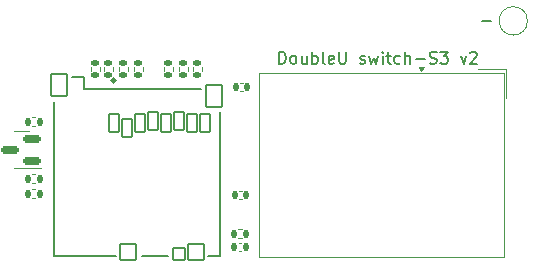
<source format=gto>
G04 #@! TF.GenerationSoftware,KiCad,Pcbnew,9.0.2*
G04 #@! TF.CreationDate,2026-01-05T11:11:59+01:00*
G04 #@! TF.ProjectId,switch,73776974-6368-42e6-9b69-6361645f7063,rev?*
G04 #@! TF.SameCoordinates,Original*
G04 #@! TF.FileFunction,Legend,Top*
G04 #@! TF.FilePolarity,Positive*
%FSLAX46Y46*%
G04 Gerber Fmt 4.6, Leading zero omitted, Abs format (unit mm)*
G04 Created by KiCad (PCBNEW 9.0.2) date 2026-01-05 11:11:59*
%MOMM*%
%LPD*%
G01*
G04 APERTURE LIST*
G04 Aperture macros list*
%AMRoundRect*
0 Rectangle with rounded corners*
0 $1 Rounding radius*
0 $2 $3 $4 $5 $6 $7 $8 $9 X,Y pos of 4 corners*
0 Add a 4 corners polygon primitive as box body*
4,1,4,$2,$3,$4,$5,$6,$7,$8,$9,$2,$3,0*
0 Add four circle primitives for the rounded corners*
1,1,$1+$1,$2,$3*
1,1,$1+$1,$4,$5*
1,1,$1+$1,$6,$7*
1,1,$1+$1,$8,$9*
0 Add four rect primitives between the rounded corners*
20,1,$1+$1,$2,$3,$4,$5,0*
20,1,$1+$1,$4,$5,$6,$7,0*
20,1,$1+$1,$6,$7,$8,$9,0*
20,1,$1+$1,$8,$9,$2,$3,0*%
%AMRotRect*
0 Rectangle, with rotation*
0 The origin of the aperture is its center*
0 $1 length*
0 $2 width*
0 $3 Rotation angle, in degrees counterclockwise*
0 Add horizontal line*
21,1,$1,$2,0,0,$3*%
%AMOutline5P*
0 Free polygon, 5 corners , with rotation*
0 The origin of the aperture is its center*
0 number of corners: always 5*
0 $1 to $10 corner X, Y*
0 $11 Rotation angle, in degrees counterclockwise*
0 create outline with 5 corners*
4,1,5,$1,$2,$3,$4,$5,$6,$7,$8,$9,$10,$1,$2,$11*%
%AMOutline6P*
0 Free polygon, 6 corners , with rotation*
0 The origin of the aperture is its center*
0 number of corners: always 6*
0 $1 to $12 corner X, Y*
0 $13 Rotation angle, in degrees counterclockwise*
0 create outline with 6 corners*
4,1,6,$1,$2,$3,$4,$5,$6,$7,$8,$9,$10,$11,$12,$1,$2,$13*%
%AMOutline7P*
0 Free polygon, 7 corners , with rotation*
0 The origin of the aperture is its center*
0 number of corners: always 7*
0 $1 to $14 corner X, Y*
0 $15 Rotation angle, in degrees counterclockwise*
0 create outline with 7 corners*
4,1,7,$1,$2,$3,$4,$5,$6,$7,$8,$9,$10,$11,$12,$13,$14,$1,$2,$15*%
%AMOutline8P*
0 Free polygon, 8 corners , with rotation*
0 The origin of the aperture is its center*
0 number of corners: always 8*
0 $1 to $16 corner X, Y*
0 $17 Rotation angle, in degrees counterclockwise*
0 create outline with 8 corners*
4,1,8,$1,$2,$3,$4,$5,$6,$7,$8,$9,$10,$11,$12,$13,$14,$15,$16,$1,$2,$17*%
G04 Aperture macros list end*
%ADD10C,0.150000*%
%ADD11C,0.120000*%
%ADD12C,0.127000*%
%ADD13C,0.300000*%
%ADD14R,0.050800X0.050800*%
%ADD15RotRect,0.482600X0.482600X135.000000*%
%ADD16R,0.400000X0.800000*%
%ADD17R,0.800000X0.400000*%
%ADD18Outline5P,-0.600000X0.204000X-0.204000X0.600000X0.600000X0.600000X0.600000X-0.600000X-0.600000X-0.600000X270.000000*%
%ADD19R,1.200000X1.200000*%
%ADD20R,0.800000X0.800000*%
%ADD21C,4.300000*%
%ADD22C,2.000000*%
%ADD23RoundRect,0.140000X-0.140000X-0.170000X0.140000X-0.170000X0.140000X0.170000X-0.140000X0.170000X0*%
%ADD24RoundRect,0.135000X-0.135000X-0.185000X0.135000X-0.185000X0.135000X0.185000X-0.135000X0.185000X0*%
%ADD25RoundRect,0.150000X0.587500X0.150000X-0.587500X0.150000X-0.587500X-0.150000X0.587500X-0.150000X0*%
%ADD26RoundRect,0.135000X-0.185000X0.135000X-0.185000X-0.135000X0.185000X-0.135000X0.185000X0.135000X0*%
%ADD27RoundRect,0.135000X0.135000X0.185000X-0.135000X0.185000X-0.135000X-0.185000X0.135000X-0.185000X0*%
%ADD28RoundRect,0.076200X-0.400000X0.750000X-0.400000X-0.750000X0.400000X-0.750000X0.400000X0.750000X0*%
%ADD29RoundRect,0.076200X-0.650000X-0.700000X0.650000X-0.700000X0.650000X0.700000X-0.650000X0.700000X0*%
%ADD30RoundRect,0.076200X-0.700000X0.950000X-0.700000X-0.950000X0.700000X-0.950000X0.700000X0.950000X0*%
%ADD31RoundRect,0.076200X0.475000X-0.500000X0.475000X0.500000X-0.475000X0.500000X-0.475000X-0.500000X0*%
G04 APERTURE END LIST*
D10*
X164319179Y-118691019D02*
X164319179Y-117691019D01*
X164319179Y-117691019D02*
X164557274Y-117691019D01*
X164557274Y-117691019D02*
X164700131Y-117738638D01*
X164700131Y-117738638D02*
X164795369Y-117833876D01*
X164795369Y-117833876D02*
X164842988Y-117929114D01*
X164842988Y-117929114D02*
X164890607Y-118119590D01*
X164890607Y-118119590D02*
X164890607Y-118262447D01*
X164890607Y-118262447D02*
X164842988Y-118452923D01*
X164842988Y-118452923D02*
X164795369Y-118548161D01*
X164795369Y-118548161D02*
X164700131Y-118643400D01*
X164700131Y-118643400D02*
X164557274Y-118691019D01*
X164557274Y-118691019D02*
X164319179Y-118691019D01*
X165462036Y-118691019D02*
X165366798Y-118643400D01*
X165366798Y-118643400D02*
X165319179Y-118595780D01*
X165319179Y-118595780D02*
X165271560Y-118500542D01*
X165271560Y-118500542D02*
X165271560Y-118214828D01*
X165271560Y-118214828D02*
X165319179Y-118119590D01*
X165319179Y-118119590D02*
X165366798Y-118071971D01*
X165366798Y-118071971D02*
X165462036Y-118024352D01*
X165462036Y-118024352D02*
X165604893Y-118024352D01*
X165604893Y-118024352D02*
X165700131Y-118071971D01*
X165700131Y-118071971D02*
X165747750Y-118119590D01*
X165747750Y-118119590D02*
X165795369Y-118214828D01*
X165795369Y-118214828D02*
X165795369Y-118500542D01*
X165795369Y-118500542D02*
X165747750Y-118595780D01*
X165747750Y-118595780D02*
X165700131Y-118643400D01*
X165700131Y-118643400D02*
X165604893Y-118691019D01*
X165604893Y-118691019D02*
X165462036Y-118691019D01*
X166652512Y-118024352D02*
X166652512Y-118691019D01*
X166223941Y-118024352D02*
X166223941Y-118548161D01*
X166223941Y-118548161D02*
X166271560Y-118643400D01*
X166271560Y-118643400D02*
X166366798Y-118691019D01*
X166366798Y-118691019D02*
X166509655Y-118691019D01*
X166509655Y-118691019D02*
X166604893Y-118643400D01*
X166604893Y-118643400D02*
X166652512Y-118595780D01*
X167128703Y-118691019D02*
X167128703Y-117691019D01*
X167128703Y-118071971D02*
X167223941Y-118024352D01*
X167223941Y-118024352D02*
X167414417Y-118024352D01*
X167414417Y-118024352D02*
X167509655Y-118071971D01*
X167509655Y-118071971D02*
X167557274Y-118119590D01*
X167557274Y-118119590D02*
X167604893Y-118214828D01*
X167604893Y-118214828D02*
X167604893Y-118500542D01*
X167604893Y-118500542D02*
X167557274Y-118595780D01*
X167557274Y-118595780D02*
X167509655Y-118643400D01*
X167509655Y-118643400D02*
X167414417Y-118691019D01*
X167414417Y-118691019D02*
X167223941Y-118691019D01*
X167223941Y-118691019D02*
X167128703Y-118643400D01*
X168176322Y-118691019D02*
X168081084Y-118643400D01*
X168081084Y-118643400D02*
X168033465Y-118548161D01*
X168033465Y-118548161D02*
X168033465Y-117691019D01*
X168938227Y-118643400D02*
X168842989Y-118691019D01*
X168842989Y-118691019D02*
X168652513Y-118691019D01*
X168652513Y-118691019D02*
X168557275Y-118643400D01*
X168557275Y-118643400D02*
X168509656Y-118548161D01*
X168509656Y-118548161D02*
X168509656Y-118167209D01*
X168509656Y-118167209D02*
X168557275Y-118071971D01*
X168557275Y-118071971D02*
X168652513Y-118024352D01*
X168652513Y-118024352D02*
X168842989Y-118024352D01*
X168842989Y-118024352D02*
X168938227Y-118071971D01*
X168938227Y-118071971D02*
X168985846Y-118167209D01*
X168985846Y-118167209D02*
X168985846Y-118262447D01*
X168985846Y-118262447D02*
X168509656Y-118357685D01*
X169414418Y-117691019D02*
X169414418Y-118500542D01*
X169414418Y-118500542D02*
X169462037Y-118595780D01*
X169462037Y-118595780D02*
X169509656Y-118643400D01*
X169509656Y-118643400D02*
X169604894Y-118691019D01*
X169604894Y-118691019D02*
X169795370Y-118691019D01*
X169795370Y-118691019D02*
X169890608Y-118643400D01*
X169890608Y-118643400D02*
X169938227Y-118595780D01*
X169938227Y-118595780D02*
X169985846Y-118500542D01*
X169985846Y-118500542D02*
X169985846Y-117691019D01*
X171176323Y-118643400D02*
X171271561Y-118691019D01*
X171271561Y-118691019D02*
X171462037Y-118691019D01*
X171462037Y-118691019D02*
X171557275Y-118643400D01*
X171557275Y-118643400D02*
X171604894Y-118548161D01*
X171604894Y-118548161D02*
X171604894Y-118500542D01*
X171604894Y-118500542D02*
X171557275Y-118405304D01*
X171557275Y-118405304D02*
X171462037Y-118357685D01*
X171462037Y-118357685D02*
X171319180Y-118357685D01*
X171319180Y-118357685D02*
X171223942Y-118310066D01*
X171223942Y-118310066D02*
X171176323Y-118214828D01*
X171176323Y-118214828D02*
X171176323Y-118167209D01*
X171176323Y-118167209D02*
X171223942Y-118071971D01*
X171223942Y-118071971D02*
X171319180Y-118024352D01*
X171319180Y-118024352D02*
X171462037Y-118024352D01*
X171462037Y-118024352D02*
X171557275Y-118071971D01*
X171938228Y-118024352D02*
X172128704Y-118691019D01*
X172128704Y-118691019D02*
X172319180Y-118214828D01*
X172319180Y-118214828D02*
X172509656Y-118691019D01*
X172509656Y-118691019D02*
X172700132Y-118024352D01*
X173081085Y-118691019D02*
X173081085Y-118024352D01*
X173081085Y-117691019D02*
X173033466Y-117738638D01*
X173033466Y-117738638D02*
X173081085Y-117786257D01*
X173081085Y-117786257D02*
X173128704Y-117738638D01*
X173128704Y-117738638D02*
X173081085Y-117691019D01*
X173081085Y-117691019D02*
X173081085Y-117786257D01*
X173414418Y-118024352D02*
X173795370Y-118024352D01*
X173557275Y-117691019D02*
X173557275Y-118548161D01*
X173557275Y-118548161D02*
X173604894Y-118643400D01*
X173604894Y-118643400D02*
X173700132Y-118691019D01*
X173700132Y-118691019D02*
X173795370Y-118691019D01*
X174557275Y-118643400D02*
X174462037Y-118691019D01*
X174462037Y-118691019D02*
X174271561Y-118691019D01*
X174271561Y-118691019D02*
X174176323Y-118643400D01*
X174176323Y-118643400D02*
X174128704Y-118595780D01*
X174128704Y-118595780D02*
X174081085Y-118500542D01*
X174081085Y-118500542D02*
X174081085Y-118214828D01*
X174081085Y-118214828D02*
X174128704Y-118119590D01*
X174128704Y-118119590D02*
X174176323Y-118071971D01*
X174176323Y-118071971D02*
X174271561Y-118024352D01*
X174271561Y-118024352D02*
X174462037Y-118024352D01*
X174462037Y-118024352D02*
X174557275Y-118071971D01*
X174985847Y-118691019D02*
X174985847Y-117691019D01*
X175414418Y-118691019D02*
X175414418Y-118167209D01*
X175414418Y-118167209D02*
X175366799Y-118071971D01*
X175366799Y-118071971D02*
X175271561Y-118024352D01*
X175271561Y-118024352D02*
X175128704Y-118024352D01*
X175128704Y-118024352D02*
X175033466Y-118071971D01*
X175033466Y-118071971D02*
X174985847Y-118119590D01*
X175890609Y-118310066D02*
X176652514Y-118310066D01*
X177081085Y-118643400D02*
X177223942Y-118691019D01*
X177223942Y-118691019D02*
X177462037Y-118691019D01*
X177462037Y-118691019D02*
X177557275Y-118643400D01*
X177557275Y-118643400D02*
X177604894Y-118595780D01*
X177604894Y-118595780D02*
X177652513Y-118500542D01*
X177652513Y-118500542D02*
X177652513Y-118405304D01*
X177652513Y-118405304D02*
X177604894Y-118310066D01*
X177604894Y-118310066D02*
X177557275Y-118262447D01*
X177557275Y-118262447D02*
X177462037Y-118214828D01*
X177462037Y-118214828D02*
X177271561Y-118167209D01*
X177271561Y-118167209D02*
X177176323Y-118119590D01*
X177176323Y-118119590D02*
X177128704Y-118071971D01*
X177128704Y-118071971D02*
X177081085Y-117976733D01*
X177081085Y-117976733D02*
X177081085Y-117881495D01*
X177081085Y-117881495D02*
X177128704Y-117786257D01*
X177128704Y-117786257D02*
X177176323Y-117738638D01*
X177176323Y-117738638D02*
X177271561Y-117691019D01*
X177271561Y-117691019D02*
X177509656Y-117691019D01*
X177509656Y-117691019D02*
X177652513Y-117738638D01*
X177985847Y-117691019D02*
X178604894Y-117691019D01*
X178604894Y-117691019D02*
X178271561Y-118071971D01*
X178271561Y-118071971D02*
X178414418Y-118071971D01*
X178414418Y-118071971D02*
X178509656Y-118119590D01*
X178509656Y-118119590D02*
X178557275Y-118167209D01*
X178557275Y-118167209D02*
X178604894Y-118262447D01*
X178604894Y-118262447D02*
X178604894Y-118500542D01*
X178604894Y-118500542D02*
X178557275Y-118595780D01*
X178557275Y-118595780D02*
X178509656Y-118643400D01*
X178509656Y-118643400D02*
X178414418Y-118691019D01*
X178414418Y-118691019D02*
X178128704Y-118691019D01*
X178128704Y-118691019D02*
X178033466Y-118643400D01*
X178033466Y-118643400D02*
X177985847Y-118595780D01*
X179700133Y-118024352D02*
X179938228Y-118691019D01*
X179938228Y-118691019D02*
X180176323Y-118024352D01*
X180509657Y-117786257D02*
X180557276Y-117738638D01*
X180557276Y-117738638D02*
X180652514Y-117691019D01*
X180652514Y-117691019D02*
X180890609Y-117691019D01*
X180890609Y-117691019D02*
X180985847Y-117738638D01*
X180985847Y-117738638D02*
X181033466Y-117786257D01*
X181033466Y-117786257D02*
X181081085Y-117881495D01*
X181081085Y-117881495D02*
X181081085Y-117976733D01*
X181081085Y-117976733D02*
X181033466Y-118119590D01*
X181033466Y-118119590D02*
X180462038Y-118691019D01*
X180462038Y-118691019D02*
X181081085Y-118691019D01*
X181508448Y-115059666D02*
X182270353Y-115059666D01*
D11*
G04 #@! TO.C,U2*
X162624000Y-119454000D02*
X183324000Y-119454000D01*
X162624000Y-135054000D02*
X162624000Y-119454000D01*
X183324000Y-119454000D02*
X183324000Y-135054000D01*
X183324000Y-135054000D02*
X162624000Y-135054000D01*
X183574000Y-119179000D02*
X181124000Y-119179000D01*
X183574000Y-119179000D02*
X183574000Y-121629000D01*
X176374000Y-119279000D02*
X176134000Y-118943000D01*
X176614000Y-118943000D01*
X176374000Y-119279000D01*
G36*
X176374000Y-119279000D02*
G01*
X176134000Y-118943000D01*
X176614000Y-118943000D01*
X176374000Y-119279000D01*
G37*
G04 #@! TO.C,TP6*
X185350000Y-115062000D02*
G75*
G02*
X182950000Y-115062000I-1200000J0D01*
G01*
X182950000Y-115062000D02*
G75*
G02*
X185350000Y-115062000I1200000J0D01*
G01*
G04 #@! TO.C,C4*
X160902764Y-134548200D02*
X161118436Y-134548200D01*
X160902764Y-133828200D02*
X161118436Y-133828200D01*
G04 #@! TO.C,R10*
X143384059Y-128802400D02*
X143691341Y-128802400D01*
X143384059Y-128042400D02*
X143691341Y-128042400D01*
G04 #@! TO.C,Q1*
X142494000Y-124424000D02*
X141844000Y-124424000D01*
X142494000Y-124424000D02*
X143144000Y-124424000D01*
X142494000Y-127544000D02*
X141844000Y-127544000D01*
X142494000Y-127544000D02*
X144169000Y-127544000D01*
G04 #@! TO.C,R2*
X150750000Y-118972359D02*
X150750000Y-119279641D01*
X151510000Y-118972359D02*
X151510000Y-119279641D01*
G04 #@! TO.C,R7*
X156998400Y-118972359D02*
X156998400Y-119279641D01*
X157758400Y-118972359D02*
X157758400Y-119279641D01*
G04 #@! TO.C,C2*
X161029764Y-121010000D02*
X161245436Y-121010000D01*
X161029764Y-120290000D02*
X161245436Y-120290000D01*
G04 #@! TO.C,R11*
X149122400Y-118972359D02*
X149122400Y-119279641D01*
X148362400Y-118972359D02*
X148362400Y-119279641D01*
G04 #@! TO.C,C3*
X160928164Y-129434000D02*
X161143836Y-129434000D01*
X160928164Y-130154000D02*
X161143836Y-130154000D01*
G04 #@! TO.C,R3*
X152020000Y-118972359D02*
X152020000Y-119279641D01*
X152780000Y-118972359D02*
X152780000Y-119279641D01*
G04 #@! TO.C,R12*
X160882359Y-132716000D02*
X161189641Y-132716000D01*
X160882359Y-133476000D02*
X161189641Y-133476000D01*
G04 #@! TO.C,R9*
X143691341Y-123216400D02*
X143384059Y-123216400D01*
X143691341Y-123976400D02*
X143384059Y-123976400D01*
G04 #@! TO.C,R4*
X154560000Y-118972359D02*
X154560000Y-119279641D01*
X155320000Y-118972359D02*
X155320000Y-119279641D01*
D12*
G04 #@! TO.C,J1*
X145300200Y-121906400D02*
X145300200Y-135006400D01*
X145300200Y-135006400D02*
X150500200Y-135006400D01*
X147800200Y-119806400D02*
X146800200Y-119806400D01*
X147800200Y-120806400D02*
X147800200Y-119806400D01*
X154900200Y-135006400D02*
X152700200Y-135006400D01*
X157700200Y-120806400D02*
X147800200Y-120806400D01*
X158300200Y-135006400D02*
X159300200Y-135006400D01*
X159300200Y-135006400D02*
X159300200Y-122806400D01*
D13*
X150400200Y-120106400D02*
G75*
G02*
X150200200Y-120106400I-100000J0D01*
G01*
X150200200Y-120106400D02*
G75*
G02*
X150400200Y-120106400I100000J0D01*
G01*
D11*
G04 #@! TO.C,R6*
X149480000Y-118972359D02*
X149480000Y-119279641D01*
X150240000Y-118972359D02*
X150240000Y-119279641D01*
G04 #@! TO.C,R5*
X155830000Y-118972359D02*
X155830000Y-119279641D01*
X156590000Y-118972359D02*
X156590000Y-119279641D01*
G04 #@! TO.C,R8*
X143691341Y-130072400D02*
X143384059Y-130072400D01*
X143691341Y-129312400D02*
X143384059Y-129312400D01*
G04 #@! TD*
%LPC*%
D14*
G04 #@! TO.C,U3*
X160634799Y-119301999D03*
X161284801Y-119301999D03*
X161284801Y-118442001D03*
X160634799Y-118442001D03*
D15*
X160959800Y-118872000D03*
G04 #@! TD*
D16*
G04 #@! TO.C,U2*
X176374000Y-120254000D03*
X175524000Y-120254000D03*
X174674000Y-120254000D03*
X173824000Y-120254000D03*
X172974000Y-120254000D03*
X172124000Y-120254000D03*
X171274000Y-120254000D03*
X170424000Y-120254000D03*
X169574000Y-120254000D03*
X168724000Y-120254000D03*
X167874000Y-120254000D03*
X167024000Y-120254000D03*
X166174000Y-120254000D03*
X165324000Y-120254000D03*
X164474000Y-120254000D03*
D17*
X163424000Y-121304000D03*
X163424000Y-122154000D03*
X163424000Y-123004000D03*
X163424000Y-123854000D03*
X163424000Y-124704000D03*
X163424000Y-125554000D03*
X163424000Y-126404000D03*
X163424000Y-127254000D03*
X163424000Y-128104000D03*
X163424000Y-128954000D03*
X163424000Y-129804000D03*
X163424000Y-130654000D03*
X163424000Y-131504000D03*
X163424000Y-132354000D03*
X163424000Y-133204000D03*
D16*
X164474000Y-134254000D03*
X165324000Y-134254000D03*
X166174000Y-134254000D03*
X167024000Y-134254000D03*
X167874000Y-134254000D03*
X168724000Y-134254000D03*
X169574000Y-134254000D03*
X170424000Y-134254000D03*
X171274000Y-134254000D03*
X172124000Y-134254000D03*
X172974000Y-134254000D03*
X173824000Y-134254000D03*
X174674000Y-134254000D03*
X175524000Y-134254000D03*
X176374000Y-134254000D03*
D17*
X177424000Y-133204000D03*
X177424000Y-132354000D03*
X177424000Y-131504000D03*
X177424000Y-130654000D03*
X177424000Y-129804000D03*
X177424000Y-128954000D03*
X177424000Y-128104000D03*
X177424000Y-127254000D03*
X177424000Y-126404000D03*
X177424000Y-125554000D03*
X177424000Y-124704000D03*
X177424000Y-123854000D03*
X177424000Y-123004000D03*
X177424000Y-122154000D03*
X177424000Y-121304000D03*
D18*
X172074000Y-125604000D03*
D19*
X170424000Y-125604000D03*
X168774000Y-125604000D03*
X172074000Y-127254000D03*
X170424000Y-127254000D03*
X168774000Y-127254000D03*
X172074000Y-128904000D03*
X170424000Y-128904000D03*
X168774000Y-128904000D03*
D20*
X177424000Y-120254000D03*
X163424000Y-120254000D03*
X163424000Y-134254000D03*
X177424000Y-134254000D03*
G04 #@! TD*
D21*
G04 #@! TO.C,H1*
X190500000Y-109728000D03*
G04 #@! TD*
D22*
G04 #@! TO.C,TP6*
X184150000Y-115062000D03*
G04 #@! TD*
D23*
G04 #@! TO.C,C4*
X160530600Y-134188200D03*
X161490600Y-134188200D03*
G04 #@! TD*
D24*
G04 #@! TO.C,R10*
X143027700Y-128422400D03*
X144047700Y-128422400D03*
G04 #@! TD*
D25*
G04 #@! TO.C,Q1*
X143431500Y-126934000D03*
X143431500Y-125034000D03*
X141556500Y-125984000D03*
G04 #@! TD*
D26*
G04 #@! TO.C,R2*
X151130000Y-118616000D03*
X151130000Y-119636000D03*
G04 #@! TD*
G04 #@! TO.C,R7*
X157378400Y-118616000D03*
X157378400Y-119636000D03*
G04 #@! TD*
D23*
G04 #@! TO.C,C2*
X160657600Y-120650000D03*
X161617600Y-120650000D03*
G04 #@! TD*
D26*
G04 #@! TO.C,R11*
X148742400Y-118616000D03*
X148742400Y-119636000D03*
G04 #@! TD*
D23*
G04 #@! TO.C,C3*
X160556000Y-129794000D03*
X161516000Y-129794000D03*
G04 #@! TD*
D26*
G04 #@! TO.C,R3*
X152400000Y-118616000D03*
X152400000Y-119636000D03*
G04 #@! TD*
D24*
G04 #@! TO.C,R12*
X160526000Y-133096000D03*
X161546000Y-133096000D03*
G04 #@! TD*
D27*
G04 #@! TO.C,R9*
X144047700Y-123596400D03*
X143027700Y-123596400D03*
G04 #@! TD*
D26*
G04 #@! TO.C,R4*
X154940000Y-118616000D03*
X154940000Y-119636000D03*
G04 #@! TD*
D28*
G04 #@! TO.C,J1*
X150360200Y-123746400D03*
X151460200Y-124146400D03*
X152560200Y-123746400D03*
X153660200Y-123546400D03*
X154760200Y-123746400D03*
X155860200Y-123546400D03*
X156960200Y-123746400D03*
X158060200Y-123746400D03*
D29*
X157250200Y-134606400D03*
X151550200Y-134606400D03*
D30*
X158850200Y-121456400D03*
X145700200Y-120456400D03*
D31*
X155860200Y-134806400D03*
G04 #@! TD*
D26*
G04 #@! TO.C,R6*
X149860000Y-118616000D03*
X149860000Y-119636000D03*
G04 #@! TD*
G04 #@! TO.C,R5*
X156210000Y-118616000D03*
X156210000Y-119636000D03*
G04 #@! TD*
D27*
G04 #@! TO.C,R8*
X144047700Y-129692400D03*
X143027700Y-129692400D03*
G04 #@! TD*
%LPD*%
M02*

</source>
